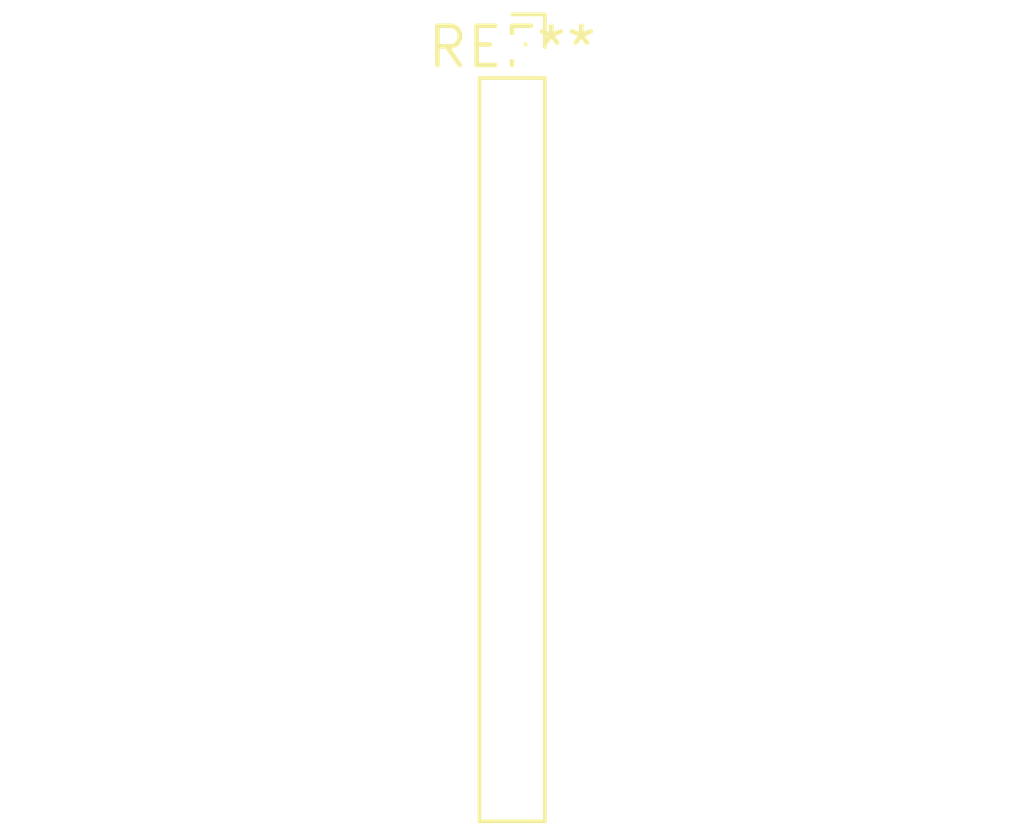
<source format=kicad_pcb>
(kicad_pcb (version 20240108) (generator pcbnew)
  (layers (0 "F.Cu" signal) (31 "B.Cu" signal) (34 "B.Paste" user) (35 "F.Paste" user) (36 "B.SilkS" user "B.Silkscreen") (37 "F.SilkS" user "F.Silkscreen") (38 "B.Mask" user) (39 "F.Mask" user) (44 "Edge.Cuts" user))
  (net 0 "")
  (footprint "PinSocket_1x13_P2.00mm_Vertical" (layer "F.Cu") (at 0 0)
    (property "Reference" "REF**")
    (property "Value" "PinSocket_1x13_P2.00mm_Vertical")
    (fp_line (start -1.06 1) (end -1.06 25.06) (layer "F.SilkS") (stroke (width 0.12)))
    (fp_line (start -1.06 1) (end 1.06 1) (layer "F.SilkS") (stroke (width 0.12)))
    (fp_line (start -1.06 25.06) (end 1.06 25.06) (layer "F.SilkS") (stroke (width 0.12)))
    (fp_line (start 0 -1.06) (end 1.06 -1.06) (layer "F.SilkS") (stroke (width 0.12)))
    (fp_line (start 1.06 -1.06) (end 1.06 0) (layer "F.SilkS") (stroke (width 0.12)))
    (fp_line (start 1.06 1) (end 1.06 25.06) (layer "F.SilkS") (stroke (width 0.12)))
    (pad "1" thru_hole rect (at 0 0) (size 1.35 1.35) (drill 0.8) (layers *.Cu *.Mask) (remove_unused_layers))
    (pad "2" thru_hole oval (at 0 2) (size 1.35 1.35) (drill 0.8) (layers *.Cu *.Mask) (remove_unused_layers))
    (pad "3" thru_hole oval (at 0 4) (size 1.35 1.35) (drill 0.8) (layers *.Cu *.Mask) (remove_unused_layers))
    (pad "4" thru_hole oval (at 0 6) (size 1.35 1.35) (drill 0.8) (layers *.Cu *.Mask) (remove_unused_layers))
    (pad "5" thru_hole oval (at 0 8) (size 1.35 1.35) (drill 0.8) (layers *.Cu *.Mask) (remove_unused_layers))
    (pad "6" thru_hole oval (at 0 10) (size 1.35 1.35) (drill 0.8) (layers *.Cu *.Mask) (remove_unused_layers))
    (pad "7" thru_hole oval (at 0 12) (size 1.35 1.35) (drill 0.8) (layers *.Cu *.Mask) (remove_unused_layers))
    (pad "8" thru_hole oval (at 0 14) (size 1.35 1.35) (drill 0.8) (layers *.Cu *.Mask) (remove_unused_layers))
    (pad "9" thru_hole oval (at 0 16) (size 1.35 1.35) (drill 0.8) (layers *.Cu *.Mask) (remove_unused_layers))
    (pad "10" thru_hole oval (at 0 18) (size 1.35 1.35) (drill 0.8) (layers *.Cu *.Mask) (remove_unused_layers))
    (pad "11" thru_hole oval (at 0 20) (size 1.35 1.35) (drill 0.8) (layers *.Cu *.Mask) (remove_unused_layers))
    (pad "12" thru_hole oval (at 0 22) (size 1.35 1.35) (drill 0.8) (layers *.Cu *.Mask) (remove_unused_layers))
    (pad "13" thru_hole oval (at 0 24) (size 1.35 1.35) (drill 0.8) (layers *.Cu *.Mask) (remove_unused_layers))
  )
)
</source>
